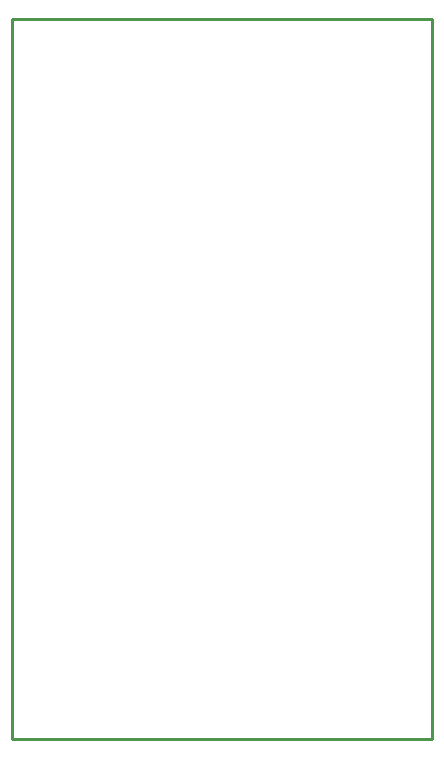
<source format=gbr>
G04 EAGLE Gerber RS-274X export*
G75*
%MOMM*%
%FSLAX34Y34*%
%LPD*%
%IN*%
%IPPOS*%
%AMOC8*
5,1,8,0,0,1.08239X$1,22.5*%
G01*
%ADD10C,0.254000*%


D10*
X0Y0D02*
X355600Y0D01*
X355600Y609600D01*
X0Y609600D01*
X0Y0D01*
M02*

</source>
